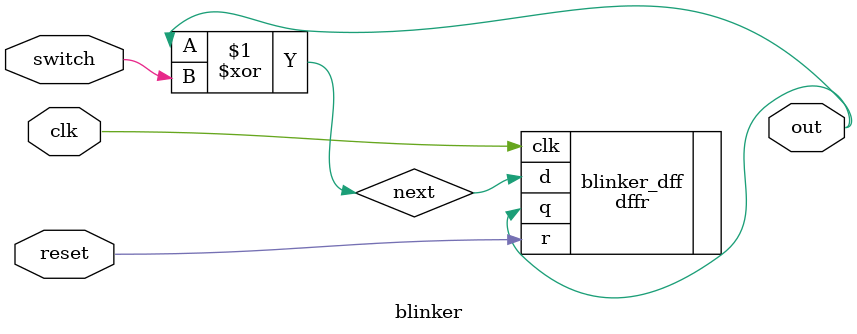
<source format=v>
module blinker (
    input wire clk,
    input wire reset, //sets the output to 0 no matter what
    input wire switch, //whether to flip the output
    output wire out //output which goes to the mux
);
    assign next = out ^ switch;
    
    dffr blinker_dff(
        .clk(clk),
        .d(next),
        .q(out),
        .r(reset)
    );
endmodule


</source>
